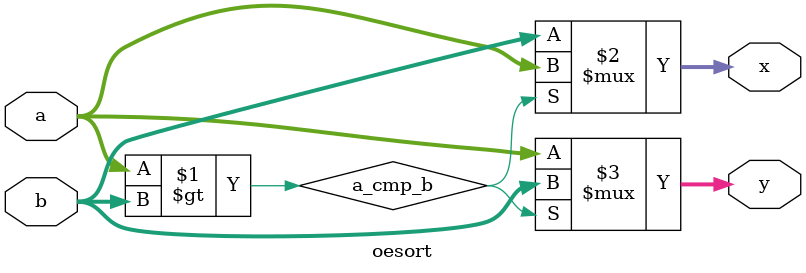
<source format=v>
`timescale 1 ns / 1 ps
module oesort 
#(parameter W = 8)
(
   input  [W-1:0] a,
   input  [W-1:0] b,
   output [W-1:0] x,
   output [W-1:0] y
   );

wire a_is_bigger;

   assign a_cmp_b = a>b;
   assign x = a_cmp_b ? a : b;
   assign y = a_cmp_b ? b : a;

endmodule   
   
   
</source>
